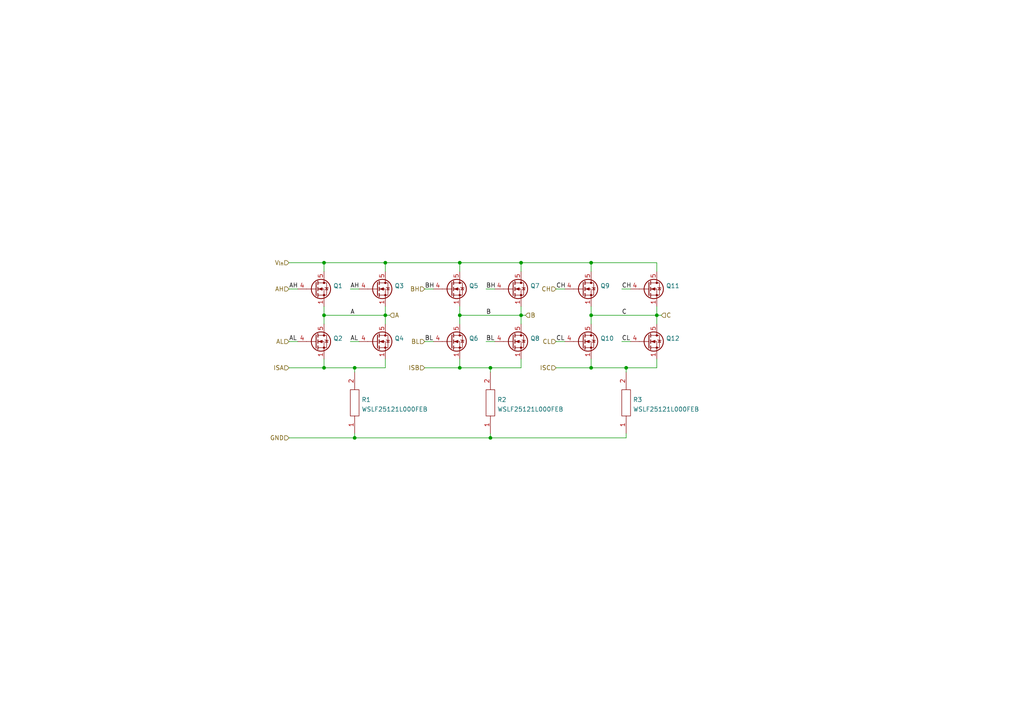
<source format=kicad_sch>
(kicad_sch (version 20211123) (generator eeschema)
  (paper "A4")
  (lib_symbols
    (symbol "SamacSys_Parts:WSLF25121L000FEB" (pin_names (offset 0.762))
      (property "Reference" "R" (at 13.97 6.35 0))
      (property "Value" "WSLF25121L000FEB" (at 13.97 3.81 0))
      (symbol "WSLF25121L000FEB_0_0"
        (pin passive line (at 0 0 0) (length 5.08) (name "~") (number "1"))
        (pin passive line (at 17.78 0 180) (length 5.08) (name "~") (number "2"))
      )
      (symbol "WSLF25121L000FEB_0_1"
        (polyline (pts (xy 5.08 1.27) (xy 12.7 1.27) (xy 12.7 -1.27) (xy 5.08 -1.27) (xy 5.08 1.27)) (stroke (width 0.1524)))
      )
    )
    (symbol "Transistor_FET:BSC026N08NS5" (pin_names hide)
      (property "Reference" "Q" (at 5.08 1.905 0))
      (property "Value" "BSC026N08NS5" (at 5.08 0 0))
      (symbol "BSC026N08NS5_0_1"
        (polyline (pts (xy 0.254 0) (xy -2.54 0)))
        (polyline (pts (xy 0.254 1.905) (xy 0.254 -1.905)) (stroke (width 0.254)))
        (polyline (pts (xy 0.762 -1.27) (xy 0.762 -2.286)) (stroke (width 0.254)))
        (polyline (pts (xy 0.762 0.508) (xy 0.762 -0.508)) (stroke (width 0.254)))
        (polyline (pts (xy 0.762 2.286) (xy 0.762 1.27)) (stroke (width 0.254)))
        (polyline (pts (xy 2.54 2.54) (xy 2.54 1.778)))
        (polyline (pts (xy 2.54 -2.54) (xy 2.54 0) (xy 0.762 0)))
        (polyline (pts (xy 0.762 -1.778) (xy 3.302 -1.778) (xy 3.302 1.778) (xy 0.762 1.778)))
        (polyline (pts (xy 1.016 0) (xy 2.032 0.381) (xy 2.032 -0.381) (xy 1.016 0)) (fill (type outline)))
        (polyline (pts (xy 2.794 0.508) (xy 2.921 0.381) (xy 3.683 0.381) (xy 3.81 0.254)))
        (polyline (pts (xy 3.302 0.381) (xy 2.921 -0.254) (xy 3.683 -0.254) (xy 3.302 0.381)))
        (circle (center 1.651 0) (radius 2.794) (stroke (width 0.254)))
        (circle (center 2.54 -1.778) (radius 0.254) (fill (type outline)))
        (circle (center 2.54 1.778) (radius 0.254) (fill (type outline)))
      )
      (symbol "BSC026N08NS5_1_1"
        (pin passive line (at 2.54 -5.08 90) (length 2.54) (name "S") (number "1"))
        (pin passive line (at 2.54 -5.08 90) (length 2.54) hide (name "S") (number "2"))
        (pin passive line (at 2.54 -5.08 90) (length 2.54) hide (name "S") (number "3"))
        (pin passive line (at -5.08 0 0) (length 2.54) (name "G") (number "4"))
        (pin passive line (at 2.54 5.08 270) (length 2.54) (name "D") (number "5"))
      )
    )
  )
  (junction (at 111.76 76.2))
  (junction (at 93.98 76.2))
  (junction (at 142.24 127))
  (junction (at 102.87 127))
  (junction (at 111.76 91.44))
  (junction (at 190.5 91.44))
  (junction (at 171.45 76.2))
  (junction (at 171.45 106.68))
  (junction (at 102.87 106.68))
  (junction (at 171.45 91.44))
  (junction (at 93.98 106.68))
  (junction (at 133.35 106.68))
  (junction (at 133.35 76.2))
  (junction (at 151.13 76.2))
  (junction (at 142.24 106.68))
  (junction (at 133.35 91.44))
  (junction (at 181.61 106.68))
  (junction (at 151.13 91.44))
  (junction (at 93.98 91.44))
  (wire (pts (xy 171.45 106.68) (xy 161.29 106.68)))
  (wire (pts (xy 143.51 99.06) (xy 140.97 99.06)))
  (wire (pts (xy 93.98 104.14) (xy 93.98 106.68)))
  (wire (pts (xy 102.87 127) (xy 142.24 127)))
  (wire (pts (xy 142.24 127) (xy 181.61 127)))
  (wire (pts (xy 171.45 88.9) (xy 171.45 91.44)))
  (wire (pts (xy 111.76 88.9) (xy 111.76 91.44)))
  (wire (pts (xy 133.35 91.44) (xy 133.35 93.98)))
  (wire (pts (xy 171.45 106.68) (xy 181.61 106.68)))
  (wire (pts (xy 93.98 91.44) (xy 93.98 93.98)))
  (wire (pts (xy 171.45 76.2) (xy 190.5 76.2)))
  (wire (pts (xy 142.24 107.95) (xy 142.24 106.68)))
  (wire (pts (xy 113.03 91.44) (xy 111.76 91.44)))
  (wire (pts (xy 181.61 107.95) (xy 181.61 106.68)))
  (wire (pts (xy 133.35 91.44) (xy 151.13 91.44)))
  (wire (pts (xy 104.14 83.82) (xy 101.6 83.82)))
  (wire (pts (xy 133.35 106.68) (xy 142.24 106.68)))
  (wire (pts (xy 142.24 106.68) (xy 151.13 106.68)))
  (wire (pts (xy 171.45 91.44) (xy 171.45 93.98)))
  (wire (pts (xy 190.5 88.9) (xy 190.5 91.44)))
  (wire (pts (xy 93.98 76.2) (xy 93.98 78.74)))
  (wire (pts (xy 182.88 83.82) (xy 180.34 83.82)))
  (wire (pts (xy 151.13 76.2) (xy 171.45 76.2)))
  (wire (pts (xy 93.98 88.9) (xy 93.98 91.44)))
  (wire (pts (xy 125.73 99.06) (xy 123.19 99.06)))
  (wire (pts (xy 163.83 83.82) (xy 161.29 83.82)))
  (wire (pts (xy 102.87 107.95) (xy 102.87 106.68)))
  (wire (pts (xy 111.76 76.2) (xy 133.35 76.2)))
  (wire (pts (xy 190.5 76.2) (xy 190.5 78.74)))
  (wire (pts (xy 111.76 76.2) (xy 93.98 76.2)))
  (wire (pts (xy 93.98 106.68) (xy 102.87 106.68)))
  (wire (pts (xy 102.87 106.68) (xy 111.76 106.68)))
  (wire (pts (xy 142.24 125.73) (xy 142.24 127)))
  (wire (pts (xy 163.83 99.06) (xy 161.29 99.06)))
  (wire (pts (xy 93.98 106.68) (xy 83.82 106.68)))
  (wire (pts (xy 86.36 83.82) (xy 83.82 83.82)))
  (wire (pts (xy 171.45 91.44) (xy 190.5 91.44)))
  (wire (pts (xy 133.35 104.14) (xy 133.35 106.68)))
  (wire (pts (xy 83.82 127) (xy 102.87 127)))
  (wire (pts (xy 151.13 78.74) (xy 151.13 76.2)))
  (wire (pts (xy 152.4 91.44) (xy 151.13 91.44)))
  (wire (pts (xy 133.35 76.2) (xy 151.13 76.2)))
  (wire (pts (xy 93.98 91.44) (xy 111.76 91.44)))
  (wire (pts (xy 151.13 91.44) (xy 151.13 93.98)))
  (wire (pts (xy 190.5 91.44) (xy 190.5 93.98)))
  (wire (pts (xy 133.35 88.9) (xy 133.35 91.44)))
  (wire (pts (xy 111.76 91.44) (xy 111.76 93.98)))
  (wire (pts (xy 125.73 83.82) (xy 123.19 83.82)))
  (wire (pts (xy 86.36 99.06) (xy 83.82 99.06)))
  (wire (pts (xy 102.87 125.73) (xy 102.87 127)))
  (wire (pts (xy 190.5 106.68) (xy 190.5 104.14)))
  (wire (pts (xy 182.88 99.06) (xy 180.34 99.06)))
  (wire (pts (xy 83.82 76.2) (xy 93.98 76.2)))
  (wire (pts (xy 191.77 91.44) (xy 190.5 91.44)))
  (wire (pts (xy 111.76 106.68) (xy 111.76 104.14)))
  (wire (pts (xy 111.76 78.74) (xy 111.76 76.2)))
  (wire (pts (xy 104.14 99.06) (xy 101.6 99.06)))
  (wire (pts (xy 171.45 106.68) (xy 171.45 104.14)))
  (wire (pts (xy 133.35 78.74) (xy 133.35 76.2)))
  (wire (pts (xy 181.61 106.68) (xy 190.5 106.68)))
  (wire (pts (xy 151.13 88.9) (xy 151.13 91.44)))
  (wire (pts (xy 133.35 106.68) (xy 123.19 106.68)))
  (wire (pts (xy 171.45 76.2) (xy 171.45 78.74)))
  (wire (pts (xy 151.13 104.14) (xy 151.13 106.68)))
  (wire (pts (xy 140.97 83.82) (xy 143.51 83.82)))
  (wire (pts (xy 181.61 127) (xy 181.61 125.73)))
  (label "BH" (at 140.97 83.82 0))
  (label "C" (at 180.34 91.44 0))
  (label "CH" (at 180.34 83.82 0))
  (label "BH" (at 123.19 83.82 0))
  (label "CL" (at 180.34 99.06 0))
  (label "AH" (at 101.6 83.82 0))
  (label "AL" (at 101.6 99.06 0))
  (label "BL" (at 140.97 99.06 0))
  (label "A" (at 101.6 91.44 0))
  (label "AH" (at 83.82 83.82 0))
  (label "BL" (at 123.19 99.06 0))
  (label "AL" (at 83.82 99.06 0))
  (label "CL" (at 161.29 99.06 0))
  (label "B" (at 140.97 91.44 0))
  (label "CH" (at 161.29 83.82 0))
  (hierarchical_label "C" (shape input) (at 191.77 91.44 0))
  (hierarchical_label "BL" (shape input) (at 123.19 99.06 180))
  (hierarchical_label "BH" (shape input) (at 123.19 83.82 180))
  (hierarchical_label "ISB" (shape input) (at 123.19 106.68 180))
  (hierarchical_label "A" (shape input) (at 113.03 91.44 0))
  (hierarchical_label "CH" (shape input) (at 161.29 83.82 180))
  (hierarchical_label "AL" (shape input) (at 83.82 99.06 180))
  (hierarchical_label "ISA" (shape input) (at 83.82 106.68 180))
  (hierarchical_label "AH" (shape input) (at 83.82 83.82 180))
  (hierarchical_label "V_{in}" (shape input) (at 83.82 76.2 180))
  (hierarchical_label "ISC" (shape input) (at 161.29 106.68 180))
  (hierarchical_label "B" (shape input) (at 152.4 91.44 0))
  (hierarchical_label "GND" (shape input) (at 83.82 127 180))
  (hierarchical_label "CL" (shape input) (at 161.29 99.06 180))
  (symbol (lib_id "Transistor_FET:BSC026N08NS5") (at 168.91 99.06 0) (unit 1)
    (property "Reference" "Q10" (at 174.117 98.1515 0) (effects (justify left)))
    (property "Value" "SIR188DP" (effects hide))
    (property "Footprint" "Package_SO:PowerPAK_SO-8_Single" (effects hide))
    (property "Datasheet" "https://www.mouser.com/datasheet/2/427/VISH_S_A0006619533_1-2569714.pdf" (effects hide))
  )
  (symbol (lib_id "Transistor_FET:BSC026N08NS5") (at 109.22 99.06 0) (unit 1)
    (property "Reference" "Q4" (at 114.427 98.1515 0) (effects (justify left)))
    (property "Value" "SIR188DP" (effects hide))
    (property "Footprint" "Package_SO:PowerPAK_SO-8_Single" (effects hide))
    (property "Datasheet" "https://www.mouser.com/datasheet/2/427/VISH_S_A0006619533_1-2569714.pdf" (effects hide))
  )
  (symbol (lib_id "Transistor_FET:BSC026N08NS5") (at 148.59 99.06 0) (unit 1)
    (property "Reference" "Q8" (at 153.797 98.1515 0) (effects (justify left)))
    (property "Value" "SIR188DP" (effects hide))
    (property "Footprint" "Package_SO:PowerPAK_SO-8_Single" (effects hide))
    (property "Datasheet" "https://www.mouser.com/datasheet/2/427/VISH_S_A0006619533_1-2569714.pdf" (effects hide))
  )
  (symbol (lib_id "Transistor_FET:BSC026N08NS5") (at 187.96 83.82 0) (unit 1)
    (property "Reference" "Q11" (at 193.167 82.9115 0) (effects (justify left)))
    (property "Value" "SIR188DP" (effects hide))
    (property "Footprint" "Package_SO:PowerPAK_SO-8_Single" (effects hide))
    (property "Datasheet" "https://www.mouser.com/datasheet/2/427/VISH_S_A0006619533_1-2569714.pdf" (effects hide))
  )
  (symbol (lib_id "SamacSys_Parts:WSLF25121L000FEB") (at 102.87 125.73 90) (unit 1)
    (property "Reference" "R1" (at 104.8512 115.9315 90) (effects (justify right)))
    (property "Value" "WSLF25121L000FEB" (at 104.8512 118.7066 90) (effects (justify right)))
    (property "Footprint" "RESC6430X38N" (effects hide))
    (property "Datasheet" "https://componentsearchengine.com/Datasheets/1/WSLF25121L000FEB.pdf" (effects hide))
    (property "Description" "Res Metal Strip 2512 0.001 Ohm 1% 5W +/-170ppm/C Sulfur Resistant Pad SMD Automotive T/R" (effects hide))
    (property "Height" "0.38" (effects hide))
    (property "Mouser Part Number" "71-WSLF25121L000FEB" (effects hide))
    (property "Mouser Price/Stock" "https://www.mouser.com/Search/Refine.aspx?Keyword=71-WSLF25121L000FEB" (effects hide))
    (property "Manufacturer_Name" "Vishay" (effects hide))
    (property "Manufacturer_Part_Number" "WSLF25121L000FEB" (effects hide))
  )
  (symbol (lib_id "Transistor_FET:BSC026N08NS5") (at 130.81 99.06 0) (unit 1)
    (property "Reference" "Q6" (at 136.017 98.1515 0) (effects (justify left)))
    (property "Value" "SIR188DP" (effects hide))
    (property "Footprint" "Package_SO:PowerPAK_SO-8_Single" (effects hide))
    (property "Datasheet" "https://www.mouser.com/datasheet/2/427/VISH_S_A0006619533_1-2569714.pdf" (effects hide))
  )
  (symbol (lib_id "SamacSys_Parts:WSLF25121L000FEB") (at 181.61 125.73 90) (unit 1)
    (property "Reference" "R3" (at 183.5912 115.9315 90) (effects (justify right)))
    (property "Value" "WSLF25121L000FEB" (at 183.5912 118.7066 90) (effects (justify right)))
    (property "Footprint" "RESC6430X38N" (effects hide))
    (property "Datasheet" "https://componentsearchengine.com/Datasheets/1/WSLF25121L000FEB.pdf" (effects hide))
    (property "Description" "Res Metal Strip 2512 0.001 Ohm 1% 5W +/-170ppm/C Sulfur Resistant Pad SMD Automotive T/R" (effects hide))
    (property "Height" "0.38" (effects hide))
    (property "Mouser Part Number" "71-WSLF25121L000FEB" (effects hide))
    (property "Mouser Price/Stock" "https://www.mouser.com/Search/Refine.aspx?Keyword=71-WSLF25121L000FEB" (effects hide))
    (property "Manufacturer_Name" "Vishay" (effects hide))
    (property "Manufacturer_Part_Number" "WSLF25121L000FEB" (effects hide))
  )
  (symbol (lib_id "Transistor_FET:BSC026N08NS5") (at 130.81 83.82 0) (unit 1)
    (property "Reference" "Q5" (at 136.017 82.9115 0) (effects (justify left)))
    (property "Value" "SIR188DP" (effects hide))
    (property "Footprint" "Package_SO:PowerPAK_SO-8_Single" (effects hide))
    (property "Datasheet" "https://www.mouser.com/datasheet/2/427/VISH_S_A0006619533_1-2569714.pdf" (effects hide))
  )
  (symbol (lib_id "Transistor_FET:BSC026N08NS5") (at 168.91 83.82 0) (unit 1)
    (property "Reference" "Q9" (at 174.117 82.9115 0) (effects (justify left)))
    (property "Value" "SIR188DP" (effects hide))
    (property "Footprint" "Package_SO:PowerPAK_SO-8_Single" (effects hide))
    (property "Datasheet" "https://www.mouser.com/datasheet/2/427/VISH_S_A0006619533_1-2569714.pdf" (effects hide))
  )
  (symbol (lib_id "Transistor_FET:BSC026N08NS5") (at 148.59 83.82 0) (unit 1)
    (property "Reference" "Q7" (at 153.797 82.9115 0) (effects (justify left)))
    (property "Value" "SIR188DP" (effects hide))
    (property "Footprint" "Package_SO:PowerPAK_SO-8_Single" (effects hide))
    (property "Datasheet" "https://www.mouser.com/datasheet/2/427/VISH_S_A0006619533_1-2569714.pdf" (effects hide))
  )
  (symbol (lib_id "Transistor_FET:BSC026N08NS5") (at 91.44 83.82 0) (unit 1)
    (property "Reference" "Q1" (at 96.647 82.9115 0) (effects (justify left)))
    (property "Value" "SIR188DP" (effects hide))
    (property "Footprint" "Package_SO:PowerPAK_SO-8_Single" (effects hide))
    (property "Datasheet" "https://www.mouser.com/datasheet/2/427/VISH_S_A0006619533_1-2569714.pdf" (effects hide))
  )
  (symbol (lib_id "Transistor_FET:BSC026N08NS5") (at 109.22 83.82 0) (unit 1)
    (property "Reference" "Q3" (at 114.427 82.9115 0) (effects (justify left)))
    (property "Value" "SIR188DP" (effects hide))
    (property "Footprint" "Package_SO:PowerPAK_SO-8_Single" (effects hide))
    (property "Datasheet" "https://www.mouser.com/datasheet/2/427/VISH_S_A0006619533_1-2569714.pdf" (effects hide))
  )
  (symbol (lib_id "Transistor_FET:BSC026N08NS5") (at 91.44 99.06 0) (unit 1)
    (property "Reference" "Q2" (at 96.647 98.1515 0) (effects (justify left)))
    (property "Value" "SIR188DP" (effects hide))
    (property "Footprint" "Package_SO:PowerPAK_SO-8_Single" (effects hide))
    (property "Datasheet" "https://www.mouser.com/datasheet/2/427/VISH_S_A0006619533_1-2569714.pdf" (effects hide))
  )
  (symbol (lib_id "SamacSys_Parts:WSLF25121L000FEB") (at 142.24 125.73 90) (unit 1)
    (property "Reference" "R2" (at 144.2212 115.9315 90) (effects (justify right)))
    (property "Value" "WSLF25121L000FEB" (at 144.2212 118.7066 90) (effects (justify right)))
    (property "Footprint" "RESC6430X38N" (effects hide))
    (property "Datasheet" "https://componentsearchengine.com/Datasheets/1/WSLF25121L000FEB.pdf" (effects hide))
    (property "Description" "Res Metal Strip 2512 0.001 Ohm 1% 5W +/-170ppm/C Sulfur Resistant Pad SMD Automotive T/R" (effects hide))
    (property "Height" "0.38" (effects hide))
    (property "Mouser Part Number" "71-WSLF25121L000FEB" (effects hide))
    (property "Mouser Price/Stock" "https://www.mouser.com/Search/Refine.aspx?Keyword=71-WSLF25121L000FEB" (effects hide))
    (property "Manufacturer_Name" "Vishay" (effects hide))
    (property "Manufacturer_Part_Number" "WSLF25121L000FEB" (effects hide))
  )
  (symbol (lib_id "Transistor_FET:BSC026N08NS5") (at 187.96 99.06 0) (unit 1)
    (property "Reference" "Q12" (at 193.167 98.1515 0) (effects (justify left)))
    (property "Value" "SIR188DP" (effects hide))
    (property "Footprint" "Package_SO:PowerPAK_SO-8_Single" (effects hide))
    (property "Datasheet" "https://www.mouser.com/datasheet/2/427/VISH_S_A0006619533_1-2569714.pdf" (effects hide))
  )
)
</source>
